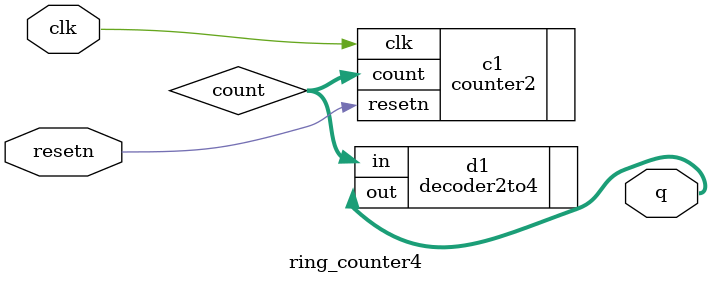
<source format=v>
`include "counter2.v"
`include "decoder2to4.v"
module ring_counter4 (input clk, input resetn, output [3:0] q);
    wire [1:0] count;

    counter2 c1 (.clk(clk), .resetn(resetn), .count(count));

    decoder2to4 d1 (.in(count), .out(q));
endmodule


</source>
